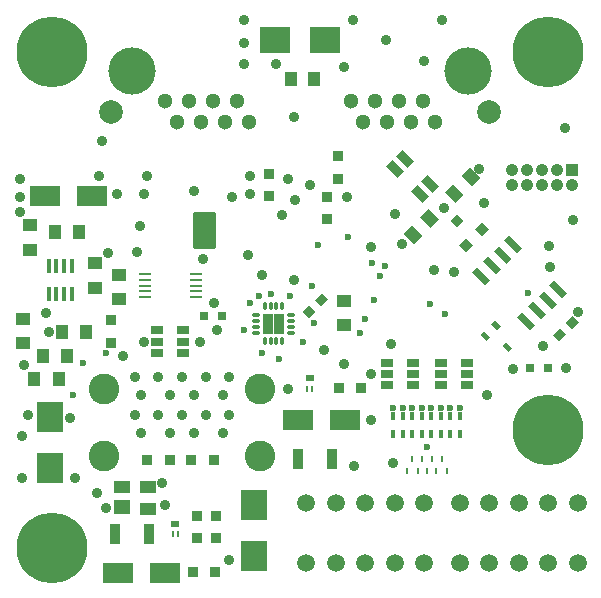
<source format=gbs>
G04 #@! TF.FileFunction,Soldermask,Bot*
%FSLAX46Y46*%
G04 Gerber Fmt 4.6, Leading zero omitted, Abs format (unit mm)*
G04 Created by KiCad (PCBNEW 4.0.6-e0-6349~52~ubuntu16.10.1) date Fri May 26 15:17:48 2017*
%MOMM*%
%LPD*%
G01*
G04 APERTURE LIST*
%ADD10C,0.150000*%
%ADD11C,1.300000*%
%ADD12C,4.000000*%
%ADD13C,2.000000*%
%ADD14R,1.250000X1.000000*%
%ADD15R,1.000000X1.250000*%
%ADD16R,2.500000X2.300000*%
%ADD17R,1.050000X1.050000*%
%ADD18C,1.050000*%
%ADD19C,6.000000*%
%ADD20R,1.300000X1.000000*%
%ADD21R,1.000000X1.300000*%
%ADD22R,0.420000X1.300000*%
%ADD23R,1.100000X0.250000*%
%ADD24C,0.900000*%
%ADD25C,2.600000*%
%ADD26R,2.500000X1.800000*%
%ADD27R,2.300000X2.500000*%
%ADD28R,0.900000X1.700000*%
%ADD29C,1.500000*%
%ADD30R,0.200000X0.600000*%
%ADD31R,0.430000X0.760000*%
%ADD32R,1.060000X0.650000*%
%ADD33R,0.800000X0.750000*%
%ADD34O,0.300000X0.750000*%
%ADD35O,0.750000X0.300000*%
%ADD36R,0.900000X0.900000*%
%ADD37R,1.400000X1.200000*%
%ADD38R,1.400000X1.000000*%
%ADD39R,0.250000X0.600000*%
%ADD40R,0.700000X0.600000*%
%ADD41C,0.889000*%
%ADD42C,0.600000*%
%ADD43C,0.254000*%
G04 APERTURE END LIST*
D10*
D11*
X29325000Y-8140000D03*
X35415000Y-8140000D03*
X31355000Y-8140000D03*
X33385000Y-8140000D03*
X30345000Y-9920000D03*
X32375000Y-9920000D03*
X34405000Y-9920000D03*
X36435000Y-9920000D03*
D12*
X10775000Y-5600000D03*
D13*
X41000000Y-9030000D03*
D11*
X20685000Y-9920000D03*
X18655000Y-9920000D03*
X16625000Y-9920000D03*
X14595000Y-9920000D03*
X17635000Y-8140000D03*
X15605000Y-8140000D03*
X19665000Y-8140000D03*
X13575000Y-8140000D03*
D12*
X39225000Y-5600000D03*
D13*
X9000000Y-9030000D03*
D14*
X1500000Y-28600000D03*
X1500000Y-26600000D03*
X9700000Y-22900000D03*
X9700000Y-24900000D03*
D10*
G36*
X38131281Y-16752602D02*
X37247398Y-15868719D01*
X37954505Y-15161612D01*
X38838388Y-16045495D01*
X38131281Y-16752602D01*
X38131281Y-16752602D01*
G37*
G36*
X39545495Y-15338388D02*
X38661612Y-14454505D01*
X39368719Y-13747398D01*
X40252602Y-14631281D01*
X39545495Y-15338388D01*
X39545495Y-15338388D01*
G37*
G36*
X35868719Y-17247398D02*
X36752602Y-18131281D01*
X36045495Y-18838388D01*
X35161612Y-17954505D01*
X35868719Y-17247398D01*
X35868719Y-17247398D01*
G37*
G36*
X34454505Y-18661612D02*
X35338388Y-19545495D01*
X34631281Y-20252602D01*
X33747398Y-19368719D01*
X34454505Y-18661612D01*
X34454505Y-18661612D01*
G37*
D15*
X6250000Y-19200000D03*
X4250000Y-19200000D03*
X24200000Y-6300000D03*
X26200000Y-6300000D03*
D10*
G36*
X40404396Y-18420137D02*
X40970152Y-18985893D01*
X40404396Y-19551649D01*
X39838640Y-18985893D01*
X40404396Y-18420137D01*
X40404396Y-18420137D01*
G37*
G36*
X39060893Y-19763640D02*
X39626649Y-20329396D01*
X39060893Y-20895152D01*
X38495137Y-20329396D01*
X39060893Y-19763640D01*
X39060893Y-19763640D01*
G37*
G36*
X38319152Y-17678396D02*
X38884908Y-18244152D01*
X38319152Y-18809908D01*
X37753396Y-18244152D01*
X38319152Y-17678396D01*
X38319152Y-17678396D01*
G37*
D15*
X4875000Y-27675000D03*
X6875000Y-27675000D03*
D16*
X22850000Y-3000000D03*
X27150000Y-3000000D03*
D17*
X48000000Y-14000000D03*
D18*
X46730000Y-14000000D03*
X45460000Y-14000000D03*
X44190000Y-14000000D03*
X42920000Y-14000000D03*
X46730000Y-15270000D03*
X45460000Y-15270000D03*
X44190000Y-15270000D03*
X42920000Y-15270000D03*
X48000000Y-15270000D03*
D19*
X46000000Y-4000000D03*
X46000000Y-36000000D03*
X4000000Y-4000000D03*
X4000000Y-46000000D03*
D20*
X2150000Y-20725000D03*
X2150000Y-18625000D03*
X7600000Y-21850000D03*
X7600000Y-23950000D03*
D21*
X5300000Y-29750000D03*
X3200000Y-29750000D03*
X2500000Y-31700000D03*
X4600000Y-31700000D03*
D22*
X3725000Y-22125000D03*
X4375000Y-22125000D03*
X5025000Y-22125000D03*
X5675000Y-22125000D03*
X5675000Y-24475000D03*
X5025000Y-24475000D03*
X4375000Y-24475000D03*
X3725000Y-24475000D03*
D10*
G36*
X35207107Y-14924264D02*
X35772792Y-14358579D01*
X36762741Y-15348528D01*
X36197056Y-15914213D01*
X35207107Y-14924264D01*
X35207107Y-14924264D01*
G37*
G36*
X32237259Y-13651472D02*
X32802944Y-13085787D01*
X33792893Y-14075736D01*
X33227208Y-14641421D01*
X32237259Y-13651472D01*
X32237259Y-13651472D01*
G37*
G36*
X34358579Y-15772792D02*
X34924264Y-15207107D01*
X35914213Y-16197056D01*
X35348528Y-16762741D01*
X34358579Y-15772792D01*
X34358579Y-15772792D01*
G37*
G36*
X33085787Y-12802944D02*
X33651472Y-12237259D01*
X34641421Y-13227208D01*
X34075736Y-13792893D01*
X33085787Y-12802944D01*
X33085787Y-12802944D01*
G37*
G36*
X47616367Y-24398026D02*
X47192103Y-24822290D01*
X46096087Y-23726274D01*
X46520351Y-23302010D01*
X47616367Y-24398026D01*
X47616367Y-24398026D01*
G37*
G36*
X46718341Y-25296052D02*
X46294077Y-25720316D01*
X45198061Y-24624300D01*
X45622325Y-24200036D01*
X46718341Y-25296052D01*
X46718341Y-25296052D01*
G37*
G36*
X45820316Y-26194077D02*
X45396052Y-26618341D01*
X44300036Y-25522325D01*
X44724300Y-25098061D01*
X45820316Y-26194077D01*
X45820316Y-26194077D01*
G37*
G36*
X44922290Y-27092103D02*
X44498026Y-27516367D01*
X43402010Y-26420351D01*
X43826274Y-25996087D01*
X44922290Y-27092103D01*
X44922290Y-27092103D01*
G37*
G36*
X41103913Y-23273726D02*
X40679649Y-23697990D01*
X39583633Y-22601974D01*
X40007897Y-22177710D01*
X41103913Y-23273726D01*
X41103913Y-23273726D01*
G37*
G36*
X42001939Y-22375700D02*
X41577675Y-22799964D01*
X40481659Y-21703948D01*
X40905923Y-21279684D01*
X42001939Y-22375700D01*
X42001939Y-22375700D01*
G37*
G36*
X42899964Y-21477675D02*
X42475700Y-21901939D01*
X41379684Y-20805923D01*
X41803948Y-20381659D01*
X42899964Y-21477675D01*
X42899964Y-21477675D01*
G37*
G36*
X43797990Y-20579649D02*
X43373726Y-21003913D01*
X42277710Y-19907897D01*
X42701974Y-19483633D01*
X43797990Y-20579649D01*
X43797990Y-20579649D01*
G37*
D23*
X11850000Y-24750000D03*
X11850000Y-24250000D03*
X11850000Y-23750000D03*
X11850000Y-23250000D03*
X11850000Y-22750000D03*
X16150000Y-22750000D03*
X16150000Y-23250000D03*
X16150000Y-23750000D03*
X16150000Y-24250000D03*
X16150000Y-24750000D03*
D24*
X19000000Y-31500000D03*
X17000000Y-31500000D03*
X15000000Y-31500000D03*
X13000000Y-31500000D03*
X18500000Y-33000000D03*
X16000000Y-33000000D03*
X14000000Y-33000000D03*
X11000000Y-31500000D03*
X11500000Y-33000000D03*
X19000000Y-34700000D03*
X17000000Y-34700000D03*
X15000000Y-34700000D03*
X13000000Y-34700000D03*
X11000000Y-34700000D03*
X18500000Y-36200000D03*
X16000000Y-36200000D03*
X14000000Y-36200000D03*
D25*
X21570000Y-32520000D03*
X8430000Y-32520000D03*
X8430000Y-38200000D03*
D24*
X11500000Y-36200000D03*
D25*
X21570000Y-38200000D03*
D26*
X28800000Y-35150000D03*
X24800000Y-35150000D03*
D27*
X21100000Y-42350000D03*
X21100000Y-46650000D03*
D28*
X24800000Y-38450000D03*
X27700000Y-38450000D03*
D29*
X41000000Y-47200000D03*
X38500000Y-47200000D03*
X38500000Y-42200000D03*
X41000000Y-42200000D03*
X48500000Y-42200000D03*
X48500000Y-47200000D03*
X46000000Y-47200000D03*
X46000000Y-42200000D03*
X43500000Y-47200000D03*
X43500000Y-42200000D03*
X28000000Y-47200000D03*
X25500000Y-47200000D03*
X25500000Y-42200000D03*
X28000000Y-42200000D03*
X35500000Y-42200000D03*
X35500000Y-47200000D03*
X33000000Y-47200000D03*
X33000000Y-42200000D03*
X30500000Y-47200000D03*
X30500000Y-42200000D03*
D30*
X37050000Y-38450000D03*
X37450000Y-39450000D03*
X36550000Y-39450000D03*
X34050000Y-39450000D03*
X34950000Y-39450000D03*
X34450000Y-38450000D03*
X35350000Y-38450000D03*
X36150000Y-38450000D03*
X35750000Y-39450000D03*
D31*
X35300000Y-34790000D03*
X35300000Y-36310000D03*
X36100000Y-34790000D03*
X36100000Y-36310000D03*
X34500000Y-34790000D03*
X36900000Y-34790000D03*
X36900000Y-36310000D03*
X34500000Y-36310000D03*
X37700000Y-34790000D03*
X38500000Y-34790000D03*
X32900000Y-34790000D03*
X33700000Y-34790000D03*
X33700000Y-36310000D03*
X32900000Y-36310000D03*
X38500000Y-36310000D03*
X37700000Y-36310000D03*
D32*
X39100000Y-30300000D03*
X39100000Y-31250000D03*
X39100000Y-32200000D03*
X36900000Y-32200000D03*
X36900000Y-30300000D03*
X36900000Y-31250000D03*
X32400000Y-32200000D03*
X32400000Y-31250000D03*
X32400000Y-30300000D03*
X34600000Y-30300000D03*
X34600000Y-32200000D03*
X34600000Y-31250000D03*
D10*
G36*
X46951992Y-28478338D02*
X46421662Y-27948008D01*
X46987348Y-27382322D01*
X47517678Y-27912652D01*
X46951992Y-28478338D01*
X46951992Y-28478338D01*
G37*
G36*
X48012652Y-27417678D02*
X47482322Y-26887348D01*
X48048008Y-26321662D01*
X48578338Y-26851992D01*
X48012652Y-27417678D01*
X48012652Y-27417678D01*
G37*
D26*
X3375000Y-16175000D03*
X7375000Y-16175000D03*
D32*
X12900000Y-29450000D03*
X12900000Y-28500000D03*
X12900000Y-27550000D03*
X15100000Y-27550000D03*
X15100000Y-29450000D03*
X15100000Y-28500000D03*
D33*
X44500000Y-30750000D03*
X46000000Y-30750000D03*
D10*
G36*
X25751992Y-26528338D02*
X25221662Y-25998008D01*
X25787348Y-25432322D01*
X26317678Y-25962652D01*
X25751992Y-26528338D01*
X25751992Y-26528338D01*
G37*
G36*
X26812652Y-25467678D02*
X26282322Y-24937348D01*
X26848008Y-24371662D01*
X27378338Y-24901992D01*
X26812652Y-25467678D01*
X26812652Y-25467678D01*
G37*
D34*
X23500000Y-28475000D03*
X23000000Y-28475000D03*
X22500000Y-28475000D03*
X22000000Y-28475000D03*
D35*
X21275000Y-27750000D03*
X21275000Y-27250000D03*
X21275000Y-26750000D03*
X21275000Y-26250000D03*
D34*
X22000000Y-25525000D03*
X22500000Y-25525000D03*
X23000000Y-25525000D03*
X23500000Y-25525000D03*
D35*
X24225000Y-26250000D03*
X24225000Y-26750000D03*
X24225000Y-27250000D03*
X24225000Y-27750000D03*
D36*
X22300000Y-26550000D03*
X23200000Y-26550000D03*
X22300000Y-27450000D03*
X23200000Y-27450000D03*
D37*
X9900000Y-42520000D03*
D38*
X9900000Y-40800000D03*
X12100000Y-40800000D03*
X12100000Y-42700000D03*
D33*
X18350000Y-26350000D03*
X16850000Y-26350000D03*
D26*
X13550000Y-48050000D03*
X9550000Y-48050000D03*
D27*
X3800000Y-39200000D03*
X3800000Y-34900000D03*
D28*
X9350000Y-44750000D03*
X12250000Y-44750000D03*
D10*
G36*
X40771662Y-28409099D02*
X40276688Y-27914125D01*
X40594886Y-27595927D01*
X41089860Y-28090901D01*
X40771662Y-28409099D01*
X40771662Y-28409099D01*
G37*
G36*
X41690901Y-27489860D02*
X41195927Y-26994886D01*
X41514125Y-26676688D01*
X42009099Y-27171662D01*
X41690901Y-27489860D01*
X41690901Y-27489860D01*
G37*
G36*
X42645495Y-29363693D02*
X42150521Y-28868719D01*
X42468719Y-28550521D01*
X42963693Y-29045495D01*
X42645495Y-29363693D01*
X42645495Y-29363693D01*
G37*
D39*
X26025000Y-32500000D03*
X25575000Y-32500000D03*
D40*
X25800000Y-31600000D03*
D39*
X14675000Y-44800000D03*
X14225000Y-44800000D03*
D40*
X14450000Y-43900000D03*
D36*
X16250000Y-43250000D03*
X16250000Y-45150000D03*
X17850000Y-43250000D03*
X17850000Y-45150000D03*
X28300000Y-32450000D03*
X30200000Y-32450000D03*
X12050000Y-38500000D03*
X13950000Y-38500000D03*
X15800000Y-38500000D03*
X17700000Y-38500000D03*
X15900000Y-48000000D03*
X17800000Y-48000000D03*
X28200000Y-14700000D03*
X28200000Y-12800000D03*
X22400000Y-16200000D03*
X22400000Y-14300000D03*
X9000000Y-26700000D03*
X9000000Y-28600000D03*
D14*
X28700000Y-25050000D03*
X28700000Y-27050000D03*
D36*
X27300000Y-18150000D03*
X27300000Y-16250000D03*
D41*
X24500000Y-9500000D03*
X35500000Y-4750000D03*
X28750000Y-5250000D03*
X48100000Y-18200000D03*
D42*
X37300000Y-26150000D03*
X36000000Y-25350000D03*
D41*
X3500000Y-26100000D03*
X36300000Y-22400000D03*
X38000000Y-22600000D03*
X20250000Y-1250000D03*
X20250000Y-3250000D03*
X20250000Y-5000000D03*
X23000000Y-5000000D03*
X40600000Y-16800000D03*
X3750000Y-27650000D03*
X37000000Y-1250000D03*
X32250000Y-3000000D03*
X29500000Y-1250000D03*
X2000000Y-34750000D03*
X5500000Y-35000000D03*
D42*
X31250000Y-25000000D03*
D41*
X48500000Y-26000000D03*
X47500000Y-30750000D03*
D42*
X21500000Y-24600000D03*
D41*
X37200000Y-17200000D03*
X47400000Y-10400000D03*
X33650000Y-20250000D03*
X21800000Y-22900000D03*
X20750000Y-14500000D03*
X12000000Y-14500000D03*
X20750000Y-16000000D03*
X9500000Y-16000000D03*
X8250000Y-11500000D03*
X11750000Y-16000000D03*
X24000000Y-32500000D03*
X29550000Y-39050000D03*
X32900000Y-38800000D03*
X19000000Y-47000000D03*
X28700000Y-30400000D03*
X31000000Y-31200000D03*
X40150000Y-13850000D03*
X31000000Y-20500000D03*
D42*
X29100000Y-19650000D03*
X20250000Y-27500000D03*
D41*
X17750000Y-25250000D03*
X1450000Y-40050000D03*
X5950000Y-40050000D03*
X8600000Y-42550000D03*
X1650000Y-30450000D03*
X8700000Y-21000000D03*
X46150000Y-22150000D03*
X29000000Y-16250000D03*
X11750000Y-28500000D03*
X16000000Y-15750000D03*
X19250000Y-16250000D03*
X16750000Y-21500000D03*
X24500000Y-23250000D03*
X16412500Y-17981250D03*
X16400000Y-19000000D03*
X17250000Y-19000000D03*
X16412500Y-20118750D03*
X17237500Y-20118750D03*
X17237500Y-17981250D03*
X11475000Y-18675000D03*
X11175000Y-20925000D03*
X40800000Y-33000000D03*
D42*
X26200000Y-26900000D03*
X30100000Y-27800000D03*
X30500000Y-26550000D03*
X31050000Y-21850000D03*
X31800000Y-22950000D03*
X35750000Y-37450000D03*
X26000000Y-23750000D03*
X26500000Y-20350000D03*
D41*
X24600000Y-16500000D03*
X24000000Y-14750000D03*
X23500000Y-17750000D03*
X32700000Y-28700000D03*
X27050000Y-29250000D03*
X25800000Y-15200000D03*
X10000000Y-29750000D03*
X31000000Y-35100000D03*
X16500000Y-28500000D03*
X17950000Y-27550000D03*
X13600000Y-42350000D03*
X1450000Y-36500000D03*
X43050000Y-30850000D03*
X33000000Y-17700000D03*
X45550000Y-28850000D03*
X46050000Y-20400000D03*
X8000000Y-14475000D03*
X1250000Y-17500000D03*
X1250000Y-16250000D03*
X1250000Y-14750000D03*
D42*
X32200000Y-22100000D03*
D41*
X20600000Y-21200000D03*
D42*
X37700000Y-34100000D03*
X38500000Y-34100000D03*
X35300000Y-34100000D03*
X36100000Y-34100000D03*
X34500000Y-34100000D03*
X36900000Y-34100000D03*
X32900000Y-34100000D03*
X33700000Y-34100000D03*
X24150000Y-24650000D03*
X20750000Y-25250000D03*
X25250000Y-28500000D03*
X21750000Y-29500000D03*
X22500000Y-24500000D03*
X23250000Y-30000000D03*
D41*
X7800000Y-41350000D03*
X13350000Y-40450000D03*
D42*
X44300000Y-24350000D03*
X5750000Y-33000000D03*
X8600000Y-29450000D03*
X6600000Y-30350000D03*
D43*
G36*
X17723000Y-20523000D02*
X15977000Y-20523000D01*
X15977000Y-17577000D01*
X17723000Y-17577000D01*
X17723000Y-20523000D01*
X17723000Y-20523000D01*
G37*
X17723000Y-20523000D02*
X15977000Y-20523000D01*
X15977000Y-17577000D01*
X17723000Y-17577000D01*
X17723000Y-20523000D01*
M02*

</source>
